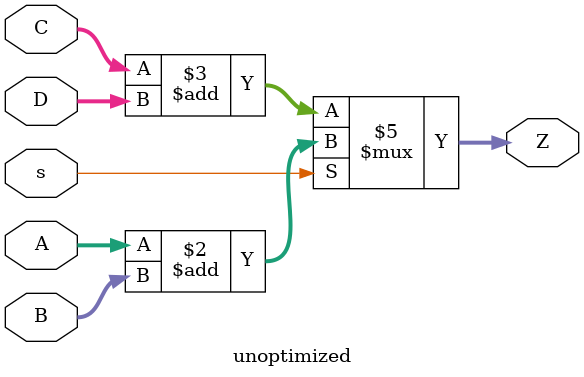
<source format=v>
module unoptimized(
    input wire s,
    input wire [31:0] A, B, C, D,
    output reg [32:0] Z
);

always @(s, A, B, C, D) begin
    if (s)
        Z <= A + B;
    else
        Z <= C + D;
end

endmodule

</source>
